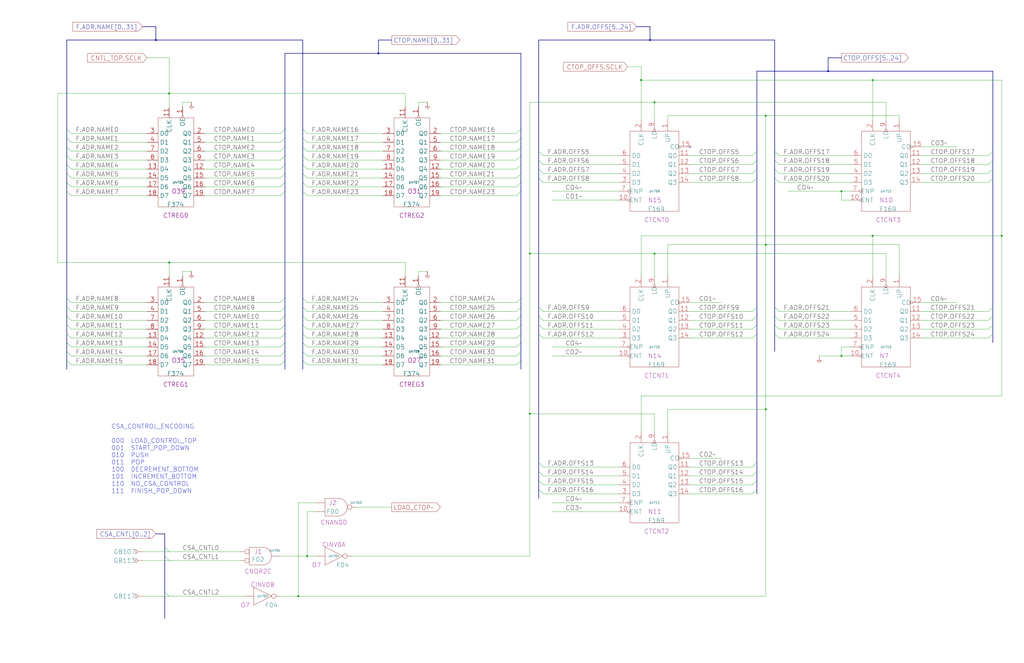
<source format=kicad_sch>
(kicad_sch (version 20230121) (generator eeschema)
  (paper "User" 584.2 378.46)
  (title_block (title "CONTROL TOP REGISTER") (date "20-MAR-90") (rev "1.0") (comment 1 "FIU") (comment 2 "232-003065") (comment 3 "S400") (comment 4 "RELEASED"))
  (lib_symbols
    (symbol "r1000:F00" (pin_numbers hide) (pin_names hide)
      (property "Reference" "U" (at 15.24 0 0))
      (property "Value" "F00" (at 1.905 -5.08 0))
      (property "Location" "___" (at 1.905 0 0))
      (property "Name" "______" (at 2.54 -12.7 0))
      (symbol "F00_0_1"
        (polyline (pts (xy -2.54 -7.62) (xy 5.08 -7.62)) (stroke (width 0.1524)))
        (polyline (pts (xy -2.54 2.54) (xy -2.54 -7.62)) (stroke (width 0.1524)))
        (polyline (pts (xy -2.54 2.54) (xy 5.08 2.54)) (stroke (width 0.1524)))
        (arc (start 5.08 -7.62) (mid 10.1282 -2.54) (end 5.08 2.54) (stroke (width 0.1524)))
        (circle (center 11.43 -2.54) (radius 1.27) (stroke (width 0.1524)))
      )
      (symbol "F00_0_2"
        (circle (center -3.81 -5.08) (radius 1.27) (stroke (width 0.1524)))
        (circle (center -3.81 0) (radius 1.27) (stroke (width 0.1524)))
        (arc (start -3.175 -7.62) (mid -2.134 -2.54) (end -3.175 2.54) (stroke (width 0.1524)))
        (polyline (pts (xy -3.175 -7.62) (xy 3.81 -7.62)) (stroke (width 0.1524)))
        (polyline (pts (xy -3.175 2.54) (xy 3.81 2.54)) (stroke (width 0.1524)))
        (arc (start 3.81 -7.62) (mid 7.5855 -5.8306) (end 10.16 -2.54) (stroke (width 0.1524)))
        (arc (start 10.16 -2.54) (mid 7.5827 0.7471) (end 3.81 2.54) (stroke (width 0.1524)))
      )
      (symbol "F00_1_1"
        (pin input line (at -7.62 0 0) (length 5.08) (name "D0") (number "1"))
        (pin input line (at -7.62 -5.08 0) (length 5.08) (name "D1") (number "2"))
        (pin output line (at 15.24 -2.54 180) (length 2.54) (name "Q") (number "3"))
      )
      (symbol "F00_1_2"
        (pin input line (at -7.62 0 0) (length 2.54) (name "D0") (number "1"))
        (pin input line (at -7.62 -5.08 0) (length 2.54) (name "D1") (number "2"))
        (pin output line (at 15.24 -2.54 180) (length 5.08) (name "Q") (number "3"))
      )
    )
    (symbol "r1000:F02" (pin_numbers hide) (pin_names hide)
      (property "Reference" "U" (at 12.16 0.635 0))
      (property "Value" "F02" (at -1.27 -4.445 0))
      (property "Location" "___" (at 2.54 0 0))
      (property "Name" "______" (at 2.54 -12.7 0))
      (symbol "F02_0_1"
        (arc (start -3.81 -7.62) (mid -2.9847 -2.54) (end -3.81 2.54) (stroke (width 0.1524)))
        (polyline (pts (xy -5.08 -5.08) (xy -3.175 -5.08)) (stroke (width 0.1524)))
        (polyline (pts (xy -5.08 0) (xy -3.175 0)) (stroke (width 0.1524)))
        (polyline (pts (xy -3.81 -7.62) (xy 2.54 -7.62)) (stroke (width 0.1524)))
        (polyline (pts (xy -3.81 2.54) (xy 2.54 2.54)) (stroke (width 0.1524)))
        (polyline (pts (xy 13.97 -2.54) (xy 12.7 -2.54)) (stroke (width 0.1524)))
        (arc (start 2.54 -7.62) (mid 6.9515 -5.9823) (end 10.16 -2.54) (stroke (width 0.1524)))
        (arc (start 10.16 -2.54) (mid 6.9478 0.8966) (end 2.54 2.54) (stroke (width 0.1524)))
        (circle (center 11.43 -2.54) (radius 1.27) (stroke (width 0.1524)))
      )
      (symbol "F02_0_2"
        (circle (center -3.81 -5.08) (radius 1.27) (stroke (width 0.1524)))
        (circle (center -3.81 0) (radius 1.27) (stroke (width 0.1524)))
        (polyline (pts (xy -2.54 -7.62) (xy 5.08 -7.62)) (stroke (width 0.1524)))
        (polyline (pts (xy -2.54 2.54) (xy -2.54 -7.62)) (stroke (width 0.1524)))
        (polyline (pts (xy -2.54 2.54) (xy 5.08 2.54)) (stroke (width 0.1524)))
        (polyline (pts (xy 11.43 -2.54) (xy 10.16 -2.54)) (stroke (width 0.1524)))
        (polyline (pts (xy 11.43 -2.54) (xy 12.7 -2.54)) (stroke (width 0.1524)))
        (arc (start 5.08 -7.62) (mid 10.1282 -2.54) (end 5.08 2.54) (stroke (width 0.1524)))
      )
      (symbol "F02_1_1"
        (pin input line (at -7.62 0 0) (length 2.54) (name "D0") (number "1"))
        (pin input line (at -7.62 -5.08 0) (length 2.54) (name "D1") (number "2"))
        (pin output line (at 15.24 -2.54 180) (length 1.27) (name "Q") (number "3"))
      )
      (symbol "F02_1_2"
        (pin input line (at -7.62 0 0) (length 2.54) (name "D0") (number "1"))
        (pin input line (at -7.62 -5.08 0) (length 2.54) (name "D1") (number "2"))
        (pin output line (at 15.24 -2.54 180) (length 2.54) (name "Q") (number "3"))
      )
    )
    (symbol "r1000:F04" (pin_numbers hide) (pin_names hide)
      (property "Reference" "U" (at 0 0 0))
      (property "Value" "F04" (at 1.27 -5.08 0))
      (property "Location" "___" (at -12.7 -5.08 0))
      (property "Name" "______" (at 0 5.08 0))
      (symbol "F04_0_1"
        (polyline (pts (xy -7.62 0) (xy -5.08 0)) (stroke (width 0.1524)))
        (polyline (pts (xy -5.08 5.08) (xy -5.08 -5.08)) (stroke (width 0.1524)))
        (polyline (pts (xy 5.08 0) (xy -5.08 -5.08)) (stroke (width 0.1524)))
        (polyline (pts (xy 5.08 0) (xy -5.08 5.08)) (stroke (width 0.1524)))
        (circle (center 6.35 0) (radius 1.27) (stroke (width 0.1524)))
      )
      (symbol "F04_1_1"
        (pin input line (at -10.16 0 0) (length 2.54) (name "D0") (number "1"))
        (pin output line (at 10.16 0 180) (length 2.54) (name "Q") (number "2"))
      )
    )
    (symbol "r1000:F169" (pin_names (offset 1.016))
      (property "Reference" "U" (at 2.54 5.08 0))
      (property "Value" "F169" (at -1.27 -5.08 0))
      (property "Location" "___" (at -1.27 0 0))
      (property "Name" "______" (at 3.81 -12.7 0))
      (symbol "F169_1_1"
        (circle (center -12.065 0) (radius 0.635))
        (circle (center -12.065 5.08) (radius 0.635))
        (rectangle (start -11.43 39.37) (end 16.51 -6.35))
        (circle (center 2.54 40.005) (radius 0.635))
        (circle (center 17.145 30.48) (radius 0.635))
        (pin input line (at 10.16 45.72 270) (length 6.35) (name "UP") (number "1"))
        (pin input line (at -17.78 0 0) (length 5.08) (name "ENT") (number "10"))
        (pin output line (at 22.86 25.4 180) (length 6.35) (name "Q0") (number "11"))
        (pin output line (at 22.86 20.32 180) (length 6.35) (name "Q1") (number "12"))
        (pin output line (at 22.86 15.24 180) (length 6.35) (name "Q2") (number "13"))
        (pin output line (at 22.86 10.16 180) (length 6.35) (name "Q3") (number "14"))
        (pin output line (at 22.86 30.48 180) (length 5.08) (name "CO") (number "15"))
        (pin input line (at -5.08 45.72 270) (length 6.35) (name "CLK") (number "2"))
        (pin input line (at -17.78 10.16 0) (length 6.35) (name "D3") (number "3"))
        (pin input line (at -17.78 15.24 0) (length 6.35) (name "D2") (number "4"))
        (pin input line (at -17.78 20.32 0) (length 6.35) (name "D1") (number "5"))
        (pin input line (at -17.78 25.4 0) (length 6.35) (name "D0") (number "6"))
        (pin input line (at -17.78 5.08 0) (length 5.08) (name "ENP") (number "7"))
        (pin input line (at 2.54 45.72 270) (length 5.08) (name "LD") (number "9"))
      )
    )
    (symbol "r1000:F374" (pin_names (offset 1.016))
      (property "Reference" "U" (at 2.54 5.08 0))
      (property "Value" "F374" (at -3.81 -7.62 0))
      (property "Location" "___" (at -1.27 0 0))
      (property "Name" "______" (at 1.27 -15.24 0))
      (symbol "F374_1_1"
        (rectangle (start -8.89 41.91) (end 11.43 -8.89))
        (circle (center 5.08 42.545) (radius 0.635))
        (pin input line (at 5.08 48.26 270) (length 5.08) (name "OE") (number "1"))
        (pin input line (at -2.54 48.26 270) (length 6.35) (name "CLK") (number "11"))
        (pin tri_state line (at 17.78 12.7 180) (length 6.35) (name "Q4") (number "12"))
        (pin input line (at -15.24 12.7 0) (length 6.35) (name "D4") (number "13"))
        (pin input line (at -15.24 7.62 0) (length 6.35) (name "D5") (number "14"))
        (pin tri_state line (at 17.78 7.62 180) (length 6.35) (name "Q5") (number "15"))
        (pin tri_state line (at 17.78 2.54 180) (length 6.35) (name "Q6") (number "16"))
        (pin input line (at -15.24 2.54 0) (length 6.35) (name "D6") (number "17"))
        (pin input line (at -15.24 -2.54 0) (length 6.35) (name "D7") (number "18"))
        (pin tri_state line (at 17.78 -2.54 180) (length 6.35) (name "Q7") (number "19"))
        (pin tri_state line (at 17.78 33.02 180) (length 6.35) (name "Q0") (number "2"))
        (pin input line (at -15.24 33.02 0) (length 6.35) (name "D0") (number "3"))
        (pin input line (at -15.24 27.94 0) (length 6.35) (name "D1") (number "4"))
        (pin tri_state line (at 17.78 27.94 180) (length 6.35) (name "Q1") (number "5"))
        (pin tri_state line (at 17.78 22.86 180) (length 6.35) (name "Q2") (number "6"))
        (pin input line (at -15.24 22.86 0) (length 6.35) (name "D2") (number "7"))
        (pin input line (at -15.24 17.78 0) (length 6.35) (name "D3") (number "8"))
        (pin tri_state line (at 17.78 17.78 180) (length 6.35) (name "Q3") (number "9"))
      )
    )
    (symbol "r1000:GB" (pin_numbers hide) (pin_names (offset 0) hide)
      (property "Reference" "GB" (at 3.81 0 0))
      (symbol "GB_0_1"
        (polyline (pts (xy 2.54 0) (xy 3.81 1.27) (xy 3.81 -1.27) (xy 2.54 0)) (stroke (width 0.1524)))
      )
      (symbol "GB_1_1"
        (pin bidirectional line (at 0 0 0) (length 2.54) (name "") (number "1"))
      )
    )
    (symbol "r1000:PD" (power) (pin_numbers hide) (pin_names hide) (in_bom no)
      (symbol "PD_0_1"
        (polyline (pts (xy 0 -2.54) (xy 1.27 -2.54) (xy 0 -3.81) (xy -1.27 -2.54) (xy 0 -2.54)) (stroke (width 0.1524)))
      )
      (symbol "PD_1_1"
        (pin power_in line (at 0 0 270) (length 2.54) (name "PD") (number "1"))
      )
    )
  )
  (junction (at 215.9 30.48))
  (junction (at 571.5 134.62))
  (junction (at 373.38 58.42))
  (junction (at 96.52 149.86))
  (junction (at 88.9 22.86))
  (junction (at 480.06 109.22))
  (junction (at 170.18 340.36))
  (junction (at 373.38 144.78))
  (junction (at 497.84 45.72))
  (junction (at 302.26 236.22))
  (junction (at 436.88 66.04))
  (junction (at 436.88 139.7))
  (junction (at 497.84 134.62))
  (junction (at 302.26 144.78))
  (junction (at 472.44 40.64))
  (junction (at 480.06 203.2))
  (junction (at 370.84 22.86))
  (junction (at 365.76 45.72))
  (junction (at 175.26 317.5))
  (junction (at 436.88 233.68))
  (junction (at 96.52 53.34))
  (no_connect (at 393.7 83.82))
  (bus_entry (at 566.42 180.34) (size -2.54 2.54))
  (bus_entry (at 172.72 78.74) (size 2.54 2.54))
  (bus_entry (at 172.72 93.98) (size 2.54 2.54))
  (bus_entry (at 297.18 93.98) (size -2.54 2.54))
  (bus_entry (at 297.18 175.26) (size -2.54 2.54))
  (bus_entry (at 307.34 101.6) (size 2.54 2.54))
  (bus_entry (at 162.56 205.74) (size -2.54 2.54))
  (bus_entry (at 566.42 91.44) (size -2.54 2.54))
  (bus_entry (at 38.1 78.74) (size 2.54 2.54))
  (bus_entry (at 307.34 185.42) (size 2.54 2.54))
  (bus_entry (at 162.56 180.34) (size -2.54 2.54))
  (bus_entry (at 431.8 264.16) (size -2.54 2.54))
  (bus_entry (at 566.42 185.42) (size -2.54 2.54))
  (bus_entry (at 297.18 83.82) (size -2.54 2.54))
  (bus_entry (at 431.8 91.44) (size -2.54 2.54))
  (bus_entry (at 307.34 264.16) (size 2.54 2.54))
  (bus_entry (at 566.42 175.26) (size -2.54 2.54))
  (bus_entry (at 38.1 180.34) (size 2.54 2.54))
  (bus_entry (at 297.18 88.9) (size -2.54 2.54))
  (bus_entry (at 172.72 185.42) (size 2.54 2.54))
  (bus_entry (at 297.18 170.18) (size -2.54 2.54))
  (bus_entry (at 162.56 73.66) (size -2.54 2.54))
  (bus_entry (at 93.98 337.82) (size 2.54 2.54))
  (bus_entry (at 172.72 205.74) (size 2.54 2.54))
  (bus_entry (at 162.56 93.98) (size -2.54 2.54))
  (bus_entry (at 431.8 86.36) (size -2.54 2.54))
  (bus_entry (at 297.18 190.5) (size -2.54 2.54))
  (bus_entry (at 431.8 185.42) (size -2.54 2.54))
  (bus_entry (at 172.72 170.18) (size 2.54 2.54))
  (bus_entry (at 431.8 180.34) (size -2.54 2.54))
  (bus_entry (at 38.1 109.22) (size 2.54 2.54))
  (bus_entry (at 38.1 200.66) (size 2.54 2.54))
  (bus_entry (at 162.56 88.9) (size -2.54 2.54))
  (bus_entry (at 162.56 185.42) (size -2.54 2.54))
  (bus_entry (at 566.42 96.52) (size -2.54 2.54))
  (bus_entry (at 38.1 88.9) (size 2.54 2.54))
  (bus_entry (at 431.8 269.24) (size -2.54 2.54))
  (bus_entry (at 38.1 195.58) (size 2.54 2.54))
  (bus_entry (at 307.34 96.52) (size 2.54 2.54))
  (bus_entry (at 38.1 99.06) (size 2.54 2.54))
  (bus_entry (at 441.96 86.36) (size 2.54 2.54))
  (bus_entry (at 38.1 73.66) (size 2.54 2.54))
  (bus_entry (at 307.34 269.24) (size 2.54 2.54))
  (bus_entry (at 162.56 190.5) (size -2.54 2.54))
  (bus_entry (at 172.72 195.58) (size 2.54 2.54))
  (bus_entry (at 93.98 312.42) (size 2.54 2.54))
  (bus_entry (at 307.34 190.5) (size 2.54 2.54))
  (bus_entry (at 297.18 78.74) (size -2.54 2.54))
  (bus_entry (at 431.8 175.26) (size -2.54 2.54))
  (bus_entry (at 162.56 175.26) (size -2.54 2.54))
  (bus_entry (at 162.56 195.58) (size -2.54 2.54))
  (bus_entry (at 297.18 73.66) (size -2.54 2.54))
  (bus_entry (at 162.56 83.82) (size -2.54 2.54))
  (bus_entry (at 441.96 175.26) (size 2.54 2.54))
  (bus_entry (at 566.42 101.6) (size -2.54 2.54))
  (bus_entry (at 172.72 104.14) (size 2.54 2.54))
  (bus_entry (at 297.18 185.42) (size -2.54 2.54))
  (bus_entry (at 307.34 175.26) (size 2.54 2.54))
  (bus_entry (at 431.8 274.32) (size -2.54 2.54))
  (bus_entry (at 566.42 190.5) (size -2.54 2.54))
  (bus_entry (at 38.1 93.98) (size 2.54 2.54))
  (bus_entry (at 38.1 83.82) (size 2.54 2.54))
  (bus_entry (at 38.1 170.18) (size 2.54 2.54))
  (bus_entry (at 38.1 205.74) (size 2.54 2.54))
  (bus_entry (at 297.18 99.06) (size -2.54 2.54))
  (bus_entry (at 297.18 104.14) (size -2.54 2.54))
  (bus_entry (at 431.8 279.4) (size -2.54 2.54))
  (bus_entry (at 297.18 200.66) (size -2.54 2.54))
  (bus_entry (at 307.34 180.34) (size 2.54 2.54))
  (bus_entry (at 38.1 185.42) (size 2.54 2.54))
  (bus_entry (at 307.34 86.36) (size 2.54 2.54))
  (bus_entry (at 38.1 190.5) (size 2.54 2.54))
  (bus_entry (at 172.72 83.82) (size 2.54 2.54))
  (bus_entry (at 162.56 109.22) (size -2.54 2.54))
  (bus_entry (at 441.96 91.44) (size 2.54 2.54))
  (bus_entry (at 172.72 73.66) (size 2.54 2.54))
  (bus_entry (at 441.96 96.52) (size 2.54 2.54))
  (bus_entry (at 162.56 170.18) (size -2.54 2.54))
  (bus_entry (at 172.72 99.06) (size 2.54 2.54))
  (bus_entry (at 307.34 91.44) (size 2.54 2.54))
  (bus_entry (at 441.96 190.5) (size 2.54 2.54))
  (bus_entry (at 38.1 104.14) (size 2.54 2.54))
  (bus_entry (at 93.98 317.5) (size 2.54 2.54))
  (bus_entry (at 172.72 88.9) (size 2.54 2.54))
  (bus_entry (at 441.96 180.34) (size 2.54 2.54))
  (bus_entry (at 172.72 190.5) (size 2.54 2.54))
  (bus_entry (at 307.34 274.32) (size 2.54 2.54))
  (bus_entry (at 172.72 180.34) (size 2.54 2.54))
  (bus_entry (at 172.72 109.22) (size 2.54 2.54))
  (bus_entry (at 297.18 180.34) (size -2.54 2.54))
  (bus_entry (at 172.72 175.26) (size 2.54 2.54))
  (bus_entry (at 566.42 86.36) (size -2.54 2.54))
  (bus_entry (at 297.18 109.22) (size -2.54 2.54))
  (bus_entry (at 162.56 104.14) (size -2.54 2.54))
  (bus_entry (at 162.56 200.66) (size -2.54 2.54))
  (bus_entry (at 297.18 205.74) (size -2.54 2.54))
  (bus_entry (at 38.1 175.26) (size 2.54 2.54))
  (bus_entry (at 431.8 96.52) (size -2.54 2.54))
  (bus_entry (at 162.56 99.06) (size -2.54 2.54))
  (bus_entry (at 431.8 190.5) (size -2.54 2.54))
  (bus_entry (at 441.96 185.42) (size 2.54 2.54))
  (bus_entry (at 297.18 195.58) (size -2.54 2.54))
  (bus_entry (at 162.56 78.74) (size -2.54 2.54))
  (bus_entry (at 172.72 200.66) (size 2.54 2.54))
  (bus_entry (at 307.34 279.4) (size 2.54 2.54))
  (bus_entry (at 441.96 101.6) (size 2.54 2.54))
  (bus_entry (at 431.8 101.6) (size -2.54 2.54))
  (wire (pts (xy 116.84 208.28) (xy 160.02 208.28)))
  (wire (pts (xy 180.34 287.02) (xy 170.18 287.02)))
  (bus (pts (xy 38.1 185.42) (xy 38.1 190.5)))
  (wire (pts (xy 109.22 58.42) (xy 104.14 58.42)))
  (wire (pts (xy 170.18 287.02) (xy 170.18 340.36)))
  (wire (pts (xy 480.06 198.12) (xy 480.06 203.2)))
  (bus (pts (xy 297.18 205.74) (xy 297.18 210.82)))
  (wire (pts (xy 505.46 58.42) (xy 505.46 68.58)))
  (wire (pts (xy 393.7 88.9) (xy 429.26 88.9)))
  (wire (pts (xy 81.28 314.96) (xy 96.52 314.96)))
  (wire (pts (xy 393.7 187.96) (xy 429.26 187.96)))
  (wire (pts (xy 40.64 182.88) (xy 83.82 182.88)))
  (bus (pts (xy 297.18 180.34) (xy 297.18 185.42)))
  (wire (pts (xy 175.26 317.5) (xy 180.34 317.5)))
  (wire (pts (xy 436.88 139.7) (xy 436.88 233.68)))
  (bus (pts (xy 297.18 175.26) (xy 297.18 180.34)))
  (wire (pts (xy 393.7 182.88) (xy 429.26 182.88)))
  (wire (pts (xy 251.46 111.76) (xy 294.64 111.76)))
  (bus (pts (xy 307.34 185.42) (xy 307.34 190.5)))
  (wire (pts (xy 40.64 91.44) (xy 83.82 91.44)))
  (wire (pts (xy 513.08 139.7) (xy 513.08 157.48)))
  (bus (pts (xy 38.1 83.82) (xy 38.1 88.9)))
  (bus (pts (xy 307.34 180.34) (xy 307.34 185.42)))
  (wire (pts (xy 365.76 38.1) (xy 358.14 38.1)))
  (wire (pts (xy 444.5 99.06) (xy 485.14 99.06)))
  (wire (pts (xy 365.76 157.48) (xy 365.76 134.62)))
  (bus (pts (xy 441.96 91.44) (xy 441.96 96.52)))
  (bus (pts (xy 38.1 175.26) (xy 38.1 180.34)))
  (wire (pts (xy 83.82 33.02) (xy 96.52 33.02)))
  (wire (pts (xy 116.84 203.2) (xy 160.02 203.2)))
  (bus (pts (xy 307.34 22.86) (xy 370.84 22.86)))
  (wire (pts (xy 175.26 96.52) (xy 218.44 96.52)))
  (wire (pts (xy 497.84 68.58) (xy 497.84 45.72)))
  (wire (pts (xy 251.46 187.96) (xy 294.64 187.96)))
  (wire (pts (xy 393.7 276.86) (xy 429.26 276.86)))
  (bus (pts (xy 307.34 269.24) (xy 307.34 274.32)))
  (wire (pts (xy 40.64 172.72) (xy 83.82 172.72)))
  (wire (pts (xy 365.76 246.38) (xy 365.76 226.06)))
  (bus (pts (xy 93.98 337.82) (xy 93.98 353.06)))
  (wire (pts (xy 251.46 76.2) (xy 294.64 76.2)))
  (bus (pts (xy 297.18 200.66) (xy 297.18 205.74)))
  (wire (pts (xy 497.84 45.72) (xy 365.76 45.72)))
  (wire (pts (xy 116.84 198.12) (xy 160.02 198.12)))
  (wire (pts (xy 243.84 58.42) (xy 238.76 58.42)))
  (wire (pts (xy 393.7 193.04) (xy 429.26 193.04)))
  (wire (pts (xy 96.52 53.34) (xy 231.14 53.34)))
  (bus (pts (xy 162.56 200.66) (xy 162.56 205.74)))
  (bus (pts (xy 307.34 175.26) (xy 307.34 180.34)))
  (bus (pts (xy 431.8 101.6) (xy 431.8 175.26)))
  (bus (pts (xy 441.96 86.36) (xy 441.96 91.44)))
  (wire (pts (xy 525.78 104.14) (xy 563.88 104.14)))
  (wire (pts (xy 104.14 154.94) (xy 104.14 157.48)))
  (bus (pts (xy 172.72 190.5) (xy 172.72 195.58)))
  (wire (pts (xy 96.52 320.04) (xy 137.16 320.04)))
  (wire (pts (xy 40.64 76.2) (xy 83.82 76.2)))
  (wire (pts (xy 309.88 177.8) (xy 353.06 177.8)))
  (wire (pts (xy 309.88 93.98) (xy 353.06 93.98)))
  (wire (pts (xy 314.96 114.3) (xy 353.06 114.3)))
  (wire (pts (xy 302.26 236.22) (xy 302.26 317.5)))
  (wire (pts (xy 40.64 81.28) (xy 83.82 81.28)))
  (wire (pts (xy 436.88 66.04) (xy 436.88 139.7)))
  (bus (pts (xy 172.72 22.86) (xy 172.72 73.66)))
  (wire (pts (xy 381 233.68) (xy 436.88 233.68)))
  (wire (pts (xy 40.64 198.12) (xy 83.82 198.12)))
  (wire (pts (xy 40.64 101.6) (xy 83.82 101.6)))
  (bus (pts (xy 162.56 109.22) (xy 162.56 170.18)))
  (wire (pts (xy 40.64 203.2) (xy 83.82 203.2)))
  (wire (pts (xy 525.78 177.8) (xy 563.88 177.8)))
  (bus (pts (xy 172.72 195.58) (xy 172.72 200.66)))
  (bus (pts (xy 363.22 15.24) (xy 370.84 15.24)))
  (wire (pts (xy 175.26 203.2) (xy 218.44 203.2)))
  (bus (pts (xy 38.1 22.86) (xy 88.9 22.86)))
  (wire (pts (xy 251.46 91.44) (xy 294.64 91.44)))
  (bus (pts (xy 38.1 180.34) (xy 38.1 185.42)))
  (bus (pts (xy 307.34 274.32) (xy 307.34 279.4)))
  (wire (pts (xy 381 66.04) (xy 436.88 66.04)))
  (wire (pts (xy 96.52 53.34) (xy 96.52 60.96)))
  (wire (pts (xy 365.76 45.72) (xy 365.76 38.1)))
  (wire (pts (xy 251.46 198.12) (xy 294.64 198.12)))
  (bus (pts (xy 172.72 73.66) (xy 172.72 78.74)))
  (wire (pts (xy 525.78 88.9) (xy 563.88 88.9)))
  (bus (pts (xy 172.72 200.66) (xy 172.72 205.74)))
  (bus (pts (xy 566.42 175.26) (xy 566.42 180.34)))
  (wire (pts (xy 180.34 292.1) (xy 175.26 292.1)))
  (wire (pts (xy 309.88 276.86) (xy 353.06 276.86)))
  (wire (pts (xy 309.88 187.96) (xy 353.06 187.96)))
  (bus (pts (xy 441.96 22.86) (xy 441.96 86.36)))
  (bus (pts (xy 441.96 175.26) (xy 441.96 180.34)))
  (wire (pts (xy 314.96 203.2) (xy 353.06 203.2)))
  (wire (pts (xy 231.14 149.86) (xy 231.14 157.48)))
  (wire (pts (xy 116.84 91.44) (xy 160.02 91.44)))
  (bus (pts (xy 566.42 40.64) (xy 566.42 86.36)))
  (wire (pts (xy 175.26 86.36) (xy 218.44 86.36)))
  (wire (pts (xy 96.52 340.36) (xy 139.7 340.36)))
  (bus (pts (xy 370.84 22.86) (xy 441.96 22.86)))
  (wire (pts (xy 393.7 261.62) (xy 411.48 261.62)))
  (bus (pts (xy 307.34 91.44) (xy 307.34 96.52)))
  (wire (pts (xy 513.08 66.04) (xy 436.88 66.04)))
  (wire (pts (xy 231.14 53.34) (xy 231.14 60.96)))
  (wire (pts (xy 525.78 83.82) (xy 546.1 83.82)))
  (wire (pts (xy 170.18 340.36) (xy 160.02 340.36)))
  (bus (pts (xy 172.72 93.98) (xy 172.72 99.06)))
  (wire (pts (xy 116.84 96.52) (xy 160.02 96.52)))
  (wire (pts (xy 116.84 193.04) (xy 160.02 193.04)))
  (wire (pts (xy 302.26 317.5) (xy 200.66 317.5)))
  (bus (pts (xy 297.18 73.66) (xy 297.18 78.74)))
  (wire (pts (xy 109.22 154.94) (xy 104.14 154.94)))
  (wire (pts (xy 393.7 281.94) (xy 429.26 281.94)))
  (wire (pts (xy 40.64 208.28) (xy 83.82 208.28)))
  (bus (pts (xy 307.34 264.16) (xy 307.34 269.24)))
  (wire (pts (xy 116.84 172.72) (xy 160.02 172.72)))
  (bus (pts (xy 38.1 78.74) (xy 38.1 83.82)))
  (wire (pts (xy 444.5 187.96) (xy 485.14 187.96)))
  (bus (pts (xy 172.72 83.82) (xy 172.72 88.9)))
  (bus (pts (xy 172.72 78.74) (xy 172.72 83.82)))
  (bus (pts (xy 172.72 104.14) (xy 172.72 109.22)))
  (wire (pts (xy 485.14 114.3) (xy 480.06 114.3)))
  (wire (pts (xy 243.84 154.94) (xy 238.76 154.94)))
  (bus (pts (xy 472.44 40.64) (xy 566.42 40.64)))
  (wire (pts (xy 160.02 317.5) (xy 175.26 317.5)))
  (wire (pts (xy 309.88 271.78) (xy 353.06 271.78)))
  (wire (pts (xy 96.52 149.86) (xy 96.52 157.48)))
  (wire (pts (xy 314.96 287.02) (xy 353.06 287.02)))
  (bus (pts (xy 38.1 104.14) (xy 38.1 109.22)))
  (bus (pts (xy 81.28 15.24) (xy 88.9 15.24)))
  (wire (pts (xy 525.78 93.98) (xy 563.88 93.98)))
  (bus (pts (xy 297.18 78.74) (xy 297.18 83.82)))
  (wire (pts (xy 40.64 86.36) (xy 83.82 86.36)))
  (wire (pts (xy 104.14 58.42) (xy 104.14 60.96)))
  (bus (pts (xy 431.8 185.42) (xy 431.8 190.5)))
  (wire (pts (xy 33.02 53.34) (xy 96.52 53.34)))
  (wire (pts (xy 467.36 203.2) (xy 480.06 203.2)))
  (bus (pts (xy 566.42 96.52) (xy 566.42 101.6)))
  (wire (pts (xy 525.78 172.72) (xy 546.1 172.72)))
  (wire (pts (xy 175.26 81.28) (xy 218.44 81.28)))
  (bus (pts (xy 223.52 22.86) (xy 215.9 22.86)))
  (wire (pts (xy 513.08 66.04) (xy 513.08 68.58)))
  (bus (pts (xy 431.8 175.26) (xy 431.8 180.34)))
  (wire (pts (xy 251.46 81.28) (xy 294.64 81.28)))
  (wire (pts (xy 365.76 134.62) (xy 497.84 134.62)))
  (wire (pts (xy 81.28 340.36) (xy 96.52 340.36)))
  (wire (pts (xy 40.64 193.04) (xy 83.82 193.04)))
  (wire (pts (xy 96.52 33.02) (xy 96.52 53.34)))
  (wire (pts (xy 393.7 266.7) (xy 429.26 266.7)))
  (bus (pts (xy 472.44 33.02) (xy 472.44 40.64)))
  (bus (pts (xy 162.56 30.48) (xy 162.56 73.66)))
  (bus (pts (xy 162.56 93.98) (xy 162.56 99.06)))
  (wire (pts (xy 513.08 139.7) (xy 436.88 139.7)))
  (bus (pts (xy 566.42 101.6) (xy 566.42 175.26)))
  (bus (pts (xy 162.56 88.9) (xy 162.56 93.98)))
  (wire (pts (xy 251.46 86.36) (xy 294.64 86.36)))
  (bus (pts (xy 307.34 101.6) (xy 307.34 175.26)))
  (wire (pts (xy 314.96 198.12) (xy 353.06 198.12)))
  (bus (pts (xy 88.9 304.8) (xy 93.98 304.8)))
  (wire (pts (xy 251.46 96.52) (xy 294.64 96.52)))
  (bus (pts (xy 297.18 109.22) (xy 297.18 170.18)))
  (wire (pts (xy 571.5 134.62) (xy 571.5 45.72)))
  (bus (pts (xy 307.34 86.36) (xy 307.34 91.44)))
  (wire (pts (xy 175.26 208.28) (xy 218.44 208.28)))
  (bus (pts (xy 297.18 30.48) (xy 297.18 73.66)))
  (wire (pts (xy 175.26 182.88) (xy 218.44 182.88)))
  (wire (pts (xy 309.88 88.9) (xy 353.06 88.9)))
  (wire (pts (xy 381 68.58) (xy 381 66.04)))
  (wire (pts (xy 96.52 314.96) (xy 137.16 314.96)))
  (bus (pts (xy 566.42 180.34) (xy 566.42 185.42)))
  (wire (pts (xy 365.76 226.06) (xy 571.5 226.06)))
  (wire (pts (xy 373.38 58.42) (xy 373.38 68.58)))
  (bus (pts (xy 162.56 83.82) (xy 162.56 88.9)))
  (wire (pts (xy 393.7 177.8) (xy 429.26 177.8)))
  (wire (pts (xy 381 157.48) (xy 381 139.7)))
  (wire (pts (xy 480.06 109.22) (xy 485.14 109.22)))
  (wire (pts (xy 309.88 193.04) (xy 353.06 193.04)))
  (wire (pts (xy 175.26 91.44) (xy 218.44 91.44)))
  (bus (pts (xy 297.18 185.42) (xy 297.18 190.5)))
  (wire (pts (xy 365.76 68.58) (xy 365.76 45.72)))
  (bus (pts (xy 172.72 170.18) (xy 172.72 175.26)))
  (bus (pts (xy 431.8 269.24) (xy 431.8 274.32)))
  (bus (pts (xy 431.8 40.64) (xy 472.44 40.64)))
  (wire (pts (xy 251.46 182.88) (xy 294.64 182.88)))
  (wire (pts (xy 175.26 292.1) (xy 175.26 317.5)))
  (wire (pts (xy 40.64 187.96) (xy 83.82 187.96)))
  (wire (pts (xy 449.58 109.22) (xy 480.06 109.22)))
  (bus (pts (xy 88.9 22.86) (xy 172.72 22.86)))
  (bus (pts (xy 297.18 170.18) (xy 297.18 175.26)))
  (bus (pts (xy 38.1 93.98) (xy 38.1 99.06)))
  (wire (pts (xy 251.46 177.8) (xy 294.64 177.8)))
  (wire (pts (xy 480.06 203.2) (xy 485.14 203.2)))
  (bus (pts (xy 162.56 104.14) (xy 162.56 109.22)))
  (wire (pts (xy 116.84 182.88) (xy 160.02 182.88)))
  (bus (pts (xy 431.8 264.16) (xy 431.8 269.24)))
  (bus (pts (xy 297.18 83.82) (xy 297.18 88.9)))
  (wire (pts (xy 525.78 182.88) (xy 563.88 182.88)))
  (bus (pts (xy 297.18 104.14) (xy 297.18 109.22)))
  (bus (pts (xy 431.8 91.44) (xy 431.8 96.52)))
  (wire (pts (xy 525.78 187.96) (xy 563.88 187.96)))
  (wire (pts (xy 116.84 101.6) (xy 160.02 101.6)))
  (wire (pts (xy 373.38 58.42) (xy 302.26 58.42)))
  (wire (pts (xy 309.88 182.88) (xy 353.06 182.88)))
  (bus (pts (xy 431.8 274.32) (xy 431.8 279.4)))
  (bus (pts (xy 172.72 109.22) (xy 172.72 170.18)))
  (wire (pts (xy 381 139.7) (xy 436.88 139.7)))
  (wire (pts (xy 444.5 88.9) (xy 485.14 88.9)))
  (bus (pts (xy 297.18 99.06) (xy 297.18 104.14)))
  (wire (pts (xy 309.88 104.14) (xy 353.06 104.14)))
  (bus (pts (xy 38.1 200.66) (xy 38.1 205.74)))
  (wire (pts (xy 309.88 281.94) (xy 353.06 281.94)))
  (bus (pts (xy 566.42 185.42) (xy 566.42 190.5)))
  (bus (pts (xy 172.72 88.9) (xy 172.72 93.98)))
  (wire (pts (xy 525.78 99.06) (xy 563.88 99.06)))
  (wire (pts (xy 314.96 109.22) (xy 353.06 109.22)))
  (wire (pts (xy 81.28 320.04) (xy 96.52 320.04)))
  (bus (pts (xy 566.42 190.5) (xy 566.42 195.58)))
  (wire (pts (xy 444.5 193.04) (xy 485.14 193.04)))
  (wire (pts (xy 373.38 236.22) (xy 302.26 236.22)))
  (wire (pts (xy 505.46 144.78) (xy 505.46 157.48)))
  (wire (pts (xy 571.5 226.06) (xy 571.5 134.62)))
  (bus (pts (xy 441.96 96.52) (xy 441.96 101.6)))
  (wire (pts (xy 309.88 266.7) (xy 353.06 266.7)))
  (wire (pts (xy 96.52 149.86) (xy 33.02 149.86)))
  (bus (pts (xy 215.9 30.48) (xy 297.18 30.48)))
  (bus (pts (xy 566.42 91.44) (xy 566.42 96.52)))
  (bus (pts (xy 162.56 195.58) (xy 162.56 200.66)))
  (wire (pts (xy 40.64 111.76) (xy 83.82 111.76)))
  (wire (pts (xy 116.84 106.68) (xy 160.02 106.68)))
  (wire (pts (xy 302.26 58.42) (xy 302.26 144.78)))
  (bus (pts (xy 431.8 279.4) (xy 431.8 281.94)))
  (bus (pts (xy 93.98 304.8) (xy 93.98 312.42)))
  (wire (pts (xy 444.5 93.98) (xy 485.14 93.98)))
  (wire (pts (xy 33.02 149.86) (xy 33.02 53.34)))
  (wire (pts (xy 444.5 104.14) (xy 485.14 104.14)))
  (bus (pts (xy 431.8 86.36) (xy 431.8 91.44)))
  (bus (pts (xy 172.72 175.26) (xy 172.72 180.34)))
  (wire (pts (xy 497.84 134.62) (xy 571.5 134.62)))
  (wire (pts (xy 393.7 104.14) (xy 429.26 104.14)))
  (wire (pts (xy 116.84 187.96) (xy 160.02 187.96)))
  (bus (pts (xy 162.56 175.26) (xy 162.56 180.34)))
  (wire (pts (xy 251.46 106.68) (xy 294.64 106.68)))
  (bus (pts (xy 162.56 78.74) (xy 162.56 83.82)))
  (wire (pts (xy 40.64 177.8) (xy 83.82 177.8)))
  (wire (pts (xy 116.84 81.28) (xy 160.02 81.28)))
  (bus (pts (xy 431.8 180.34) (xy 431.8 185.42)))
  (wire (pts (xy 40.64 106.68) (xy 83.82 106.68)))
  (bus (pts (xy 431.8 40.64) (xy 431.8 86.36)))
  (bus (pts (xy 431.8 190.5) (xy 431.8 264.16)))
  (bus (pts (xy 38.1 170.18) (xy 38.1 175.26)))
  (wire (pts (xy 175.26 76.2) (xy 218.44 76.2)))
  (bus (pts (xy 370.84 15.24) (xy 370.84 22.86)))
  (bus (pts (xy 38.1 22.86) (xy 38.1 73.66)))
  (bus (pts (xy 38.1 190.5) (xy 38.1 195.58)))
  (bus (pts (xy 480.06 33.02) (xy 472.44 33.02)))
  (bus (pts (xy 297.18 93.98) (xy 297.18 99.06)))
  (wire (pts (xy 175.26 172.72) (xy 218.44 172.72)))
  (wire (pts (xy 571.5 45.72) (xy 497.84 45.72)))
  (wire (pts (xy 381 246.38) (xy 381 233.68)))
  (bus (pts (xy 307.34 96.52) (xy 307.34 101.6)))
  (wire (pts (xy 238.76 58.42) (xy 238.76 60.96)))
  (bus (pts (xy 162.56 185.42) (xy 162.56 190.5)))
  (wire (pts (xy 373.38 144.78) (xy 373.38 157.48)))
  (wire (pts (xy 393.7 172.72) (xy 411.48 172.72)))
  (wire (pts (xy 497.84 134.62) (xy 497.84 157.48)))
  (wire (pts (xy 251.46 203.2) (xy 294.64 203.2)))
  (wire (pts (xy 175.26 106.68) (xy 218.44 106.68)))
  (wire (pts (xy 444.5 177.8) (xy 485.14 177.8)))
  (wire (pts (xy 251.46 172.72) (xy 294.64 172.72)))
  (wire (pts (xy 116.84 86.36) (xy 160.02 86.36)))
  (wire (pts (xy 203.2 289.56) (xy 223.52 289.56)))
  (bus (pts (xy 307.34 279.4) (xy 307.34 284.48)))
  (wire (pts (xy 116.84 76.2) (xy 160.02 76.2)))
  (wire (pts (xy 505.46 144.78) (xy 373.38 144.78)))
  (bus (pts (xy 162.56 99.06) (xy 162.56 104.14)))
  (wire (pts (xy 393.7 271.78) (xy 429.26 271.78)))
  (bus (pts (xy 162.56 73.66) (xy 162.56 78.74)))
  (bus (pts (xy 38.1 99.06) (xy 38.1 104.14)))
  (wire (pts (xy 238.76 154.94) (xy 238.76 157.48)))
  (wire (pts (xy 175.26 177.8) (xy 218.44 177.8)))
  (wire (pts (xy 116.84 177.8) (xy 160.02 177.8)))
  (bus (pts (xy 297.18 195.58) (xy 297.18 200.66)))
  (wire (pts (xy 314.96 292.1) (xy 353.06 292.1)))
  (bus (pts (xy 88.9 15.24) (xy 88.9 22.86)))
  (wire (pts (xy 251.46 101.6) (xy 294.64 101.6)))
  (bus (pts (xy 441.96 101.6) (xy 441.96 175.26)))
  (wire (pts (xy 436.88 340.36) (xy 170.18 340.36)))
  (bus (pts (xy 162.56 190.5) (xy 162.56 195.58)))
  (bus (pts (xy 162.56 170.18) (xy 162.56 175.26)))
  (wire (pts (xy 309.88 99.06) (xy 353.06 99.06)))
  (wire (pts (xy 175.26 111.76) (xy 218.44 111.76)))
  (bus (pts (xy 172.72 180.34) (xy 172.72 185.42)))
  (bus (pts (xy 297.18 88.9) (xy 297.18 93.98)))
  (bus (pts (xy 297.18 190.5) (xy 297.18 195.58)))
  (bus (pts (xy 431.8 96.52) (xy 431.8 101.6)))
  (wire (pts (xy 436.88 233.68) (xy 436.88 340.36)))
  (wire (pts (xy 175.26 187.96) (xy 218.44 187.96)))
  (wire (pts (xy 373.38 246.38) (xy 373.38 236.22)))
  (wire (pts (xy 231.14 149.86) (xy 96.52 149.86)))
  (bus (pts (xy 93.98 312.42) (xy 93.98 317.5)))
  (bus (pts (xy 441.96 180.34) (xy 441.96 185.42)))
  (bus (pts (xy 38.1 205.74) (xy 38.1 210.82)))
  (bus (pts (xy 38.1 109.22) (xy 38.1 170.18)))
  (wire (pts (xy 302.26 144.78) (xy 302.26 236.22)))
  (bus (pts (xy 162.56 30.48) (xy 215.9 30.48)))
  (wire (pts (xy 373.38 144.78) (xy 302.26 144.78)))
  (wire (pts (xy 393.7 99.06) (xy 429.26 99.06)))
  (bus (pts (xy 38.1 195.58) (xy 38.1 200.66)))
  (bus (pts (xy 307.34 22.86) (xy 307.34 86.36)))
  (bus (pts (xy 307.34 190.5) (xy 307.34 264.16)))
  (wire (pts (xy 251.46 208.28) (xy 294.64 208.28)))
  (bus (pts (xy 38.1 88.9) (xy 38.1 93.98)))
  (bus (pts (xy 38.1 73.66) (xy 38.1 78.74)))
  (wire (pts (xy 525.78 193.04) (xy 563.88 193.04)))
  (wire (pts (xy 485.14 198.12) (xy 480.06 198.12)))
  (wire (pts (xy 505.46 58.42) (xy 373.38 58.42)))
  (bus (pts (xy 162.56 180.34) (xy 162.56 185.42)))
  (bus (pts (xy 93.98 317.5) (xy 93.98 337.82)))
  (bus (pts (xy 172.72 99.06) (xy 172.72 104.14)))
  (wire (pts (xy 393.7 93.98) (xy 429.26 93.98)))
  (bus (pts (xy 566.42 86.36) (xy 566.42 91.44)))
  (wire (pts (xy 444.5 182.88) (xy 485.14 182.88)))
  (bus (pts (xy 441.96 185.42) (xy 441.96 190.5)))
  (wire (pts (xy 251.46 193.04) (xy 294.64 193.04)))
  (wire (pts (xy 175.26 198.12) (xy 218.44 198.12)))
  (bus (pts (xy 172.72 205.74) (xy 172.72 210.82)))
  (bus (pts (xy 215.9 22.86) (xy 215.9 30.48)))
  (wire (pts (xy 175.26 193.04) (xy 218.44 193.04)))
  (wire (pts (xy 175.26 101.6) (xy 218.44 101.6)))
  (wire (pts (xy 40.64 96.52) (xy 83.82 96.52)))
  (bus (pts (xy 172.72 185.42) (xy 172.72 190.5)))
  (wire (pts (xy 480.06 114.3) (xy 480.06 109.22)))
  (wire (pts (xy 116.84 111.76) (xy 160.02 111.76)))
  (bus (pts (xy 162.56 205.74) (xy 162.56 210.82)))
  (bus (pts (xy 441.96 190.5) (xy 441.96 200.66)))
  (text "CSA_CONTROL_ENCODING\n\n000  LOAD_CONTROL_TOP\n001  START_POP_DOWN\n010  PUSH\n011  POP\n100  DECREMENT_BOTTOM\n101  INCREMENT_BOTTOM\n110  NO_CSA_CONTROL\n111  FINISH_POP_DOWN\n" (at 63.5 281.94 0) (effects (font (size 2.54 2.54)) (justify left bottom)))
  (label "F.ADR.NAME12" (at 43.18 193.04 0) (effects (font (size 2.54 2.54))))
  (label "CTOP.NAME11" (at 121.92 187.96 0) (effects (font (size 2.54 2.54))))
  (label "CO1~" (at 398.78 172.72 0) (effects (font (size 2.54 2.54))))
  (label "CTOP.NAME21" (at 256.54 101.6 0) (effects (font (size 2.54 2.54))))
  (label "CTOP.NAME27" (at 256.54 187.96 0) (effects (font (size 2.54 2.54))))
  (label "CTOP.NAME15" (at 121.92 208.28 0) (effects (font (size 2.54 2.54))))
  (label "F.ADR.OFFS7" (at 312.42 99.06 0) (effects (font (size 2.54 2.54))))
  (label "F.ADR.NAME7" (at 43.18 111.76 0) (effects (font (size 2.54 2.54))))
  (label "F.ADR.NAME23" (at 177.8 111.76 0) (effects (font (size 2.54 2.54))))
  (label "F.ADR.OFFS14" (at 312.42 271.78 0) (effects (font (size 2.54 2.54))))
  (label "F.ADR.OFFS22" (at 447.04 182.88 0) (effects (font (size 2.54 2.54))))
  (label "F.ADR.NAME3" (at 43.18 91.44 0) (effects (font (size 2.54 2.54))))
  (label "CTOP.NAME12" (at 121.92 193.04 0) (effects (font (size 2.54 2.54))))
  (label "CO4~" (at 530.86 172.72 0) (effects (font (size 2.54 2.54))))
  (label "CTOP.NAME9" (at 121.92 177.8 0) (effects (font (size 2.54 2.54))))
  (label "CTOP.NAME24" (at 256.54 172.72 0) (effects (font (size 2.54 2.54))))
  (label "CTOP.NAME30" (at 256.54 203.2 0) (effects (font (size 2.54 2.54))))
  (label "F.ADR.OFFS24" (at 447.04 193.04 0) (effects (font (size 2.54 2.54))))
  (label "CTOP.NAME0" (at 121.92 76.2 0) (effects (font (size 2.54 2.54))))
  (label "F.ADR.NAME21" (at 177.8 101.6 0) (effects (font (size 2.54 2.54))))
  (label "CTOP.NAME14" (at 121.92 203.2 0) (effects (font (size 2.54 2.54))))
  (label "CO3~" (at 530.86 83.82 0) (effects (font (size 2.54 2.54))))
  (label "CTOP.OFFS20" (at 530.86 104.14 0) (effects (font (size 2.54 2.54))))
  (label "F.ADR.OFFS10" (at 312.42 182.88 0) (effects (font (size 2.54 2.54))))
  (label "F.ADR.NAME5" (at 43.18 101.6 0) (effects (font (size 2.54 2.54))))
  (label "F.ADR.OFFS19" (at 447.04 99.06 0) (effects (font (size 2.54 2.54))))
  (label "F.ADR.NAME25" (at 177.8 177.8 0) (effects (font (size 2.54 2.54))))
  (label "CTOP.OFFS8" (at 398.78 104.14 0) (effects (font (size 2.54 2.54))))
  (label "CTOP.NAME4" (at 121.92 96.52 0) (effects (font (size 2.54 2.54))))
  (label "F.ADR.NAME26" (at 177.8 182.88 0) (effects (font (size 2.54 2.54))))
  (label "CTOP.NAME22" (at 256.54 106.68 0) (effects (font (size 2.54 2.54))))
  (label "F.ADR.NAME8" (at 43.18 172.72 0) (effects (font (size 2.54 2.54))))
  (label "CTOP.NAME13" (at 121.92 198.12 0) (effects (font (size 2.54 2.54))))
  (label "F.ADR.OFFS18" (at 447.04 93.98 0) (effects (font (size 2.54 2.54))))
  (label "F.ADR.OFFS23" (at 447.04 187.96 0) (effects (font (size 2.54 2.54))))
  (label "CO2~" (at 398.78 261.62 0) (effects (font (size 2.54 2.54))))
  (label "F.ADR.NAME6" (at 43.18 106.68 0) (effects (font (size 2.54 2.54))))
  (label "F.ADR.OFFS21" (at 447.04 177.8 0) (effects (font (size 2.54 2.54))))
  (label "F.ADR.OFFS6" (at 312.42 93.98 0) (effects (font (size 2.54 2.54))))
  (label "CTOP.NAME26" (at 256.54 182.88 0) (effects (font (size 2.54 2.54))))
  (label "F.ADR.NAME14" (at 43.18 203.2 0) (effects (font (size 2.54 2.54))))
  (label "F.ADR.OFFS11" (at 312.42 187.96 0) (effects (font (size 2.54 2.54))))
  (label "F.ADR.OFFS15" (at 312.42 276.86 0) (effects (font (size 2.54 2.54))))
  (label "CTOP.NAME28" (at 256.54 193.04 0) (effects (font (size 2.54 2.54))))
  (label "CTOP.NAME18" (at 256.54 86.36 0) (effects (font (size 2.54 2.54))))
  (label "CTOP.NAME1" (at 121.92 81.28 0) (effects (font (size 2.54 2.54))))
  (label "F.ADR.NAME30" (at 177.8 203.2 0) (effects (font (size 2.54 2.54))))
  (label "F.ADR.NAME18" (at 177.8 86.36 0) (effects (font (size 2.54 2.54))))
  (label "F.ADR.OFFS20" (at 447.04 104.14 0) (effects (font (size 2.54 2.54))))
  (label "CO2~" (at 322.58 203.2 0) (effects (font (size 2.54 2.54))))
  (label "CTOP.OFFS10" (at 398.78 182.88 0) (effects (font (size 2.54 2.54))))
  (label "CTOP.OFFS18" (at 530.86 93.98 0) (effects (font (size 2.54 2.54))))
  (label "CSA_CNTL0" (at 104.14 314.96 0) (effects (font (size 2.54 2.54))))
  (label "F.ADR.NAME1" (at 43.18 81.28 0) (effects (font (size 2.54 2.54))))
  (label "CTOP.OFFS15" (at 398.78 276.86 0) (effects (font (size 2.54 2.54))))
  (label "F.ADR.NAME11" (at 43.18 187.96 0) (effects (font (size 2.54 2.54))))
  (label "F.ADR.NAME17" (at 177.8 81.28 0) (effects (font (size 2.54 2.54))))
  (label "CTOP.NAME17" (at 256.54 81.28 0) (effects (font (size 2.54 2.54))))
  (label "CTOP.NAME7" (at 121.92 111.76 0) (effects (font (size 2.54 2.54))))
  (label "F.ADR.NAME24" (at 177.8 172.72 0) (effects (font (size 2.54 2.54))))
  (label "CTOP.NAME8" (at 121.92 172.72 0) (effects (font (size 2.54 2.54))))
  (label "CTOP.NAME5" (at 121.92 101.6 0) (effects (font (size 2.54 2.54))))
  (label "CTOP.OFFS12" (at 398.78 193.04 0) (effects (font (size 2.54 2.54))))
  (label "CO4~" (at 322.58 198.12 0) (effects (font (size 2.54 2.54))))
  (label "F.ADR.NAME20" (at 177.8 96.52 0) (effects (font (size 2.54 2.54))))
  (label "CTOP.OFFS11" (at 398.78 187.96 0) (effects (font (size 2.54 2.54))))
  (label "F.ADR.OFFS13" (at 312.42 266.7 0) (effects (font (size 2.54 2.54))))
  (label "CTOP.NAME20" (at 256.54 96.52 0) (effects (font (size 2.54 2.54))))
  (label "CTOP.NAME25" (at 256.54 177.8 0) (effects (font (size 2.54 2.54))))
  (label "CO1~" (at 322.58 114.3 0) (effects (font (size 2.54 2.54))))
  (label "CTOP.NAME3" (at 121.92 91.44 0) (effects (font (size 2.54 2.54))))
  (label "F.ADR.OFFS8" (at 312.42 104.14 0) (effects (font (size 2.54 2.54))))
  (label "CTOP.OFFS24" (at 530.86 193.04 0) (effects (font (size 2.54 2.54))))
  (label "F.ADR.NAME4" (at 43.18 96.52 0) (effects (font (size 2.54 2.54))))
  (label "CTOP.OFFS14" (at 398.78 271.78 0) (effects (font (size 2.54 2.54))))
  (label "F.ADR.NAME28" (at 177.8 193.04 0) (effects (font (size 2.54 2.54))))
  (label "CTOP.NAME29" (at 256.54 198.12 0) (effects (font (size 2.54 2.54))))
  (label "F.ADR.NAME13" (at 43.18 198.12 0) (effects (font (size 2.54 2.54))))
  (label "F.ADR.NAME15" (at 43.18 208.28 0) (effects (font (size 2.54 2.54))))
  (label "CTOP.OFFS7" (at 398.78 99.06 0) (effects (font (size 2.54 2.54))))
  (label "CTOP.OFFS16" (at 398.78 281.94 0) (effects (font (size 2.54 2.54))))
  (label "CTOP.OFFS23" (at 530.86 187.96 0) (effects (font (size 2.54 2.54))))
  (label "F.ADR.OFFS16" (at 312.42 281.94 0) (effects (font (size 2.54 2.54))))
  (label "CTOP.NAME6" (at 121.92 106.68 0) (effects (font (size 2.54 2.54))))
  (label "F.ADR.NAME9" (at 43.18 177.8 0) (effects (font (size 2.54 2.54))))
  (label "F.ADR.NAME10" (at 43.18 182.88 0) (effects (font (size 2.54 2.54))))
  (label "CTOP.NAME16" (at 256.54 76.2 0) (effects (font (size 2.54 2.54))))
  (label "CTOP.NAME19" (at 256.54 91.44 0) (effects (font (size 2.54 2.54))))
  (label "F.ADR.OFFS12" (at 312.42 193.04 0) (effects (font (size 2.54 2.54))))
  (label "CTOP.NAME23" (at 256.54 111.76 0) (effects (font (size 2.54 2.54))))
  (label "CO3~" (at 322.58 292.1 0) (effects (font (size 2.54 2.54))))
  (label "CTOP.NAME2" (at 121.92 86.36 0) (effects (font (size 2.54 2.54))))
  (label "F.ADR.OFFS9" (at 312.42 177.8 0) (effects (font (size 2.54 2.54))))
  (label "CSA_CNTL1" (at 104.14 320.04 0) (effects (font (size 2.54 2.54))))
  (label "CTOP.OFFS17" (at 530.86 88.9 0) (effects (font (size 2.54 2.54))))
  (label "CTOP.OFFS19" (at 530.86 99.06 0) (effects (font (size 2.54 2.54))))
  (label "F.ADR.NAME2" (at 43.18 86.36 0) (effects (font (size 2.54 2.54))))
  (label "CTOP.OFFS13" (at 398.78 266.7 0) (effects (font (size 2.54 2.54))))
  (label "F.ADR.NAME22" (at 177.8 106.68 0) (effects (font (size 2.54 2.54))))
  (label "F.ADR.NAME0" (at 43.18 76.2 0) (effects (font (size 2.54 2.54))))
  (label "CTOP.OFFS6" (at 398.78 93.98 0) (effects (font (size 2.54 2.54))))
  (label "CO4~" (at 322.58 109.22 0) (effects (font (size 2.54 2.54))))
  (label "CTOP.OFFS9" (at 398.78 177.8 0) (effects (font (size 2.54 2.54))))
  (label "CTOP.OFFS22" (at 530.86 182.88 0) (effects (font (size 2.54 2.54))))
  (label "F.ADR.NAME27" (at 177.8 187.96 0) (effects (font (size 2.54 2.54))))
  (label "F.ADR.NAME19" (at 177.8 91.44 0) (effects (font (size 2.54 2.54))))
  (label "CTOP.OFFS5" (at 398.78 88.9 0) (effects (font (size 2.54 2.54))))
  (label "F.ADR.NAME29" (at 177.8 198.12 0) (effects (font (size 2.54 2.54))))
  (label "F.ADR.NAME16" (at 177.8 76.2 0) (effects (font (size 2.54 2.54))))
  (label "CSA_CNTL2" (at 104.14 340.36 0) (effects (font (size 2.54 2.54))))
  (label "CTOP.OFFS21" (at 530.86 177.8 0) (effects (font (size 2.54 2.54))))
  (label "CTOP.NAME31" (at 256.54 208.28 0) (effects (font (size 2.54 2.54))))
  (label "F.ADR.NAME31" (at 177.8 208.28 0) (effects (font (size 2.54 2.54))))
  (label "CTOP.NAME10" (at 121.92 182.88 0) (effects (font (size 2.54 2.54))))
  (label "CO4~" (at 454.66 109.22 0) (effects (font (size 2.54 2.54))))
  (label "CO4~" (at 322.58 287.02 0) (effects (font (size 2.54 2.54))))
  (label "F.ADR.OFFS5" (at 312.42 88.9 0) (effects (font (size 2.54 2.54))))
  (label "F.ADR.OFFS17" (at 447.04 88.9 0) (effects (font (size 2.54 2.54))))
  (global_label "F.ADR.OFFS[5..24]" (shape input) (at 363.22 15.24 180) (effects (font (size 2.54 2.54))) (property "Intersheetrefs" "${INTERSHEET_REFS}" (at 324.0435 15.0813 0) (effects (font (size 1.905 1.905)) (justify right))))
  (global_label "CSA_CNTL[0..2]" (shape input) (at 88.9 304.8 180) (effects (font (size 2.54 2.54))) (property "Intersheetrefs" "${INTERSHEET_REFS}" (at 55.1664 304.6413 0) (effects (font (size 1.905 1.905)) (justify right))))
  (global_label "CTOP.OFFS[5..24]" (shape output) (at 480.06 33.02 0) (effects (font (size 2.54 2.54))) (property "Intersheetrefs" "${INTERSHEET_REFS}" (at 518.2689 32.8613 0) (effects (font (size 1.905 1.905)) (justify left))))
  (global_label "CTOP_OFFS.SCLK" (shape input) (at 358.14 38.1 180) (effects (font (size 2.54 2.54))) (property "Intersheetrefs" "${INTERSHEET_REFS}" (at 321.5035 37.9413 0) (effects (font (size 1.905 1.905)) (justify right))))
  (global_label "F.ADR.NAME[0..31]" (shape input) (at 81.28 15.24 180) (effects (font (size 2.54 2.54))) (property "Intersheetrefs" "${INTERSHEET_REFS}" (at 41.4988 15.0813 0) (effects (font (size 1.905 1.905)) (justify right))))
  (global_label "CTOP.NAME[0..31]" (shape output) (at 223.52 22.86 0) (effects (font (size 2.54 2.54))) (property "Intersheetrefs" "${INTERSHEET_REFS}" (at 262.3336 22.7013 0) (effects (font (size 1.905 1.905)) (justify left))))
  (global_label "LOAD_CTOP~" (shape output) (at 223.52 289.56 0) (effects (font (size 2.54 2.54))) (property "Intersheetrefs" "${INTERSHEET_REFS}" (at 251.206 289.4013 0) (effects (font (size 1.905 1.905)) (justify left))))
  (global_label "CNTL_TOP.SCLK" (shape input) (at 83.82 33.02 180) (effects (font (size 2.54 2.54))) (property "Intersheetrefs" "${INTERSHEET_REFS}" (at 49.9654 32.8613 0) (effects (font (size 1.905 1.905)) (justify right))))
  (symbol (lib_id "r1000:PD") (at 467.36 203.2 0) (unit 1) (in_bom no)
    (property "Reference" "#PWR0149" (effects hide))
    (property "Value" "PD" (effects hide))
  )
  (symbol (lib_id "r1000:PD") (at 243.84 154.94 0) (unit 1) (in_bom no)
    (property "Reference" "#PWR0213" (effects hide))
    (property "Value" "PD" (effects hide))
  )
  (symbol (lib_id "r1000:F02") (at 144.78 314.96 0) (unit 1) (convert 2)
    (property "Reference" "U4701" (at 156.94 314.325 0))
    (property "Value" "F02" (at 143.51 319.405 0) (effects (font (size 2.54 2.54)) (justify left)))
    (property "Location" "J1" (at 147.32 314.96 0) (effects (font (size 2.54 2.54))))
    (property "Name" "CNOR2C" (at 147.32 327.66 0) (effects (font (size 2.54 2.54)) (justify bottom)))
  )
  (symbol (lib_id "r1000:F169") (at 370.84 114.3 0) (unit 1)
    (property "Reference" "U4709" (at 373.38 109.22 0))
    (property "Value" "F169" (at 369.57 119.38 0) (effects (font (size 2.54 2.54)) (justify left)))
    (property "Location" "N15" (at 369.57 114.3 0) (effects (font (size 2.54 2.54)) (justify left)))
    (property "Name" "CTCNT0" (at 374.65 127 0) (effects (font (size 2.54 2.54)) (justify bottom)))
  )
  (symbol (lib_id "r1000:F374") (at 233.68 109.22 0) (unit 1)
    (property "Reference" "U4707" (at 236.22 104.14 0))
    (property "Value" "F374" (at 229.87 116.84 0) (effects (font (size 2.54 2.54)) (justify left)))
    (property "Location" "O31" (at 232.41 109.22 0) (effects (font (size 2.54 2.54)) (justify left)))
    (property "Name" "CTREG2" (at 234.95 124.46 0) (effects (font (size 2.54 2.54)) (justify bottom)))
  )
  (symbol (lib_id "r1000:GB") (at 81.28 340.36 0) (mirror y) (unit 1)
    (property "Reference" "GB117" (at 77.47 340.36 0) (effects (font (size 2.54 2.54)) (justify left)))
    (property "Value" "GB" (effects hide))
  )
  (symbol (lib_id "r1000:F04") (at 190.5 317.5 0) (unit 1)
    (property "Reference" "U4704" (at 190.5 317.5 0))
    (property "Value" "F04" (at 191.77 322.58 0) (effects (font (size 2.54 2.54)) (justify left)))
    (property "Location" "O7" (at 177.8 322.58 0) (effects (font (size 2.54 2.54)) (justify left)))
    (property "Name" "CINV0A" (at 190.5 312.42 0) (effects (font (size 2.54 2.54)) (justify bottom)))
  )
  (symbol (lib_id "r1000:F169") (at 502.92 114.3 0) (unit 1)
    (property "Reference" "U4712" (at 505.46 109.22 0))
    (property "Value" "F169" (at 501.65 119.38 0) (effects (font (size 2.54 2.54)) (justify left)))
    (property "Location" "N10" (at 501.65 114.3 0) (effects (font (size 2.54 2.54)) (justify left)))
    (property "Name" "CTCNT3" (at 506.73 127 0) (effects (font (size 2.54 2.54)) (justify bottom)))
  )
  (symbol (lib_id "r1000:F374") (at 99.06 205.74 0) (unit 1)
    (property "Reference" "U4706" (at 101.6 200.66 0))
    (property "Value" "F374" (at 95.25 213.36 0) (effects (font (size 2.54 2.54)) (justify left)))
    (property "Location" "O35" (at 97.79 205.74 0) (effects (font (size 2.54 2.54)) (justify left)))
    (property "Name" "CTREG1" (at 100.33 220.98 0) (effects (font (size 2.54 2.54)) (justify bottom)))
  )
  (symbol (lib_id "r1000:F169") (at 370.84 203.2 0) (unit 1)
    (property "Reference" "U4710" (at 373.38 198.12 0))
    (property "Value" "F169" (at 369.57 208.28 0) (effects (font (size 2.54 2.54)) (justify left)))
    (property "Location" "N14" (at 369.57 203.2 0) (effects (font (size 2.54 2.54)) (justify left)))
    (property "Name" "CTCNT1" (at 374.65 215.9 0) (effects (font (size 2.54 2.54)) (justify bottom)))
  )
  (symbol (lib_id "r1000:F374") (at 99.06 109.22 0) (unit 1)
    (property "Reference" "U4705" (at 101.6 104.14 0))
    (property "Value" "F374" (at 95.25 116.84 0) (effects (font (size 2.54 2.54)) (justify left)))
    (property "Location" "O39" (at 97.79 109.22 0) (effects (font (size 2.54 2.54)) (justify left)))
    (property "Name" "CTREG0" (at 100.33 124.46 0) (effects (font (size 2.54 2.54)) (justify bottom)))
  )
  (symbol (lib_id "r1000:F00") (at 187.96 287.02 0) (unit 1)
    (property "Reference" "U4703" (at 203.2 287.02 0))
    (property "Value" "F00" (at 189.865 292.1 0) (effects (font (size 2.54 2.54))))
    (property "Location" "J2" (at 189.865 287.02 0) (effects (font (size 2.54 2.54))))
    (property "Name" "CNAN0D" (at 190.5 299.72 0) (effects (font (size 2.54 2.54)) (justify bottom)))
  )
  (symbol (lib_id "r1000:GB") (at 81.28 320.04 0) (mirror y) (unit 1)
    (property "Reference" "GB113" (at 77.47 320.04 0) (effects (font (size 2.54 2.54)) (justify left)))
    (property "Value" "GB" (effects hide))
  )
  (symbol (lib_id "r1000:F169") (at 502.92 203.2 0) (unit 1)
    (property "Reference" "U4713" (at 505.46 198.12 0))
    (property "Value" "F169" (at 501.65 208.28 0) (effects (font (size 2.54 2.54)) (justify left)))
    (property "Location" "N7" (at 501.65 203.2 0) (effects (font (size 2.54 2.54)) (justify left)))
    (property "Name" "CTCNT4" (at 506.73 215.9 0) (effects (font (size 2.54 2.54)) (justify bottom)))
  )
  (symbol (lib_id "r1000:PD") (at 109.22 154.94 0) (unit 1) (in_bom no)
    (property "Reference" "#PWR0216" (effects hide))
    (property "Value" "PD" (effects hide))
  )
  (symbol (lib_id "r1000:GB") (at 81.28 314.96 0) (mirror y) (unit 1)
    (property "Reference" "GB107" (at 77.47 314.96 0) (effects (font (size 2.54 2.54)) (justify left)))
    (property "Value" "GB" (effects hide))
  )
  (symbol (lib_id "r1000:F169") (at 370.84 292.1 0) (unit 1)
    (property "Reference" "U4711" (at 373.38 287.02 0))
    (property "Value" "F169" (at 369.57 297.18 0) (effects (font (size 2.54 2.54)) (justify left)))
    (property "Location" "N11" (at 369.57 292.1 0) (effects (font (size 2.54 2.54)) (justify left)))
    (property "Name" "CTCNT2" (at 374.65 304.8 0) (effects (font (size 2.54 2.54)) (justify bottom)))
  )
  (symbol (lib_id "r1000:PD") (at 109.22 58.42 0) (unit 1) (in_bom no)
    (property "Reference" "#PWR0217" (effects hide))
    (property "Value" "PD" (effects hide))
  )
  (symbol (lib_id "r1000:F04") (at 149.86 340.36 0) (unit 1)
    (property "Reference" "U4702" (at 149.86 340.36 0))
    (property "Value" "F04" (at 151.13 345.44 0) (effects (font (size 2.54 2.54)) (justify left)))
    (property "Location" "O7" (at 137.16 345.44 0) (effects (font (size 2.54 2.54)) (justify left)))
    (property "Name" "CINV0B" (at 149.86 335.28 0) (effects (font (size 2.54 2.54)) (justify bottom)))
  )
  (symbol (lib_id "r1000:F374") (at 233.68 205.74 0) (unit 1)
    (property "Reference" "U4708" (at 236.22 200.66 0))
    (property "Value" "F374" (at 229.87 213.36 0) (effects (font (size 2.54 2.54)) (justify left)))
    (property "Location" "O27" (at 232.41 205.74 0) (effects (font (size 2.54 2.54)) (justify left)))
    (property "Name" "CTREG3" (at 234.95 220.98 0) (effects (font (size 2.54 2.54)) (justify bottom)))
  )
  (symbol (lib_id "r1000:PD") (at 243.84 58.42 0) (unit 1) (in_bom no)
    (property "Reference" "#PWR0212" (effects hide))
    (property "Value" "PD" (effects hide))
  )
)
</source>
